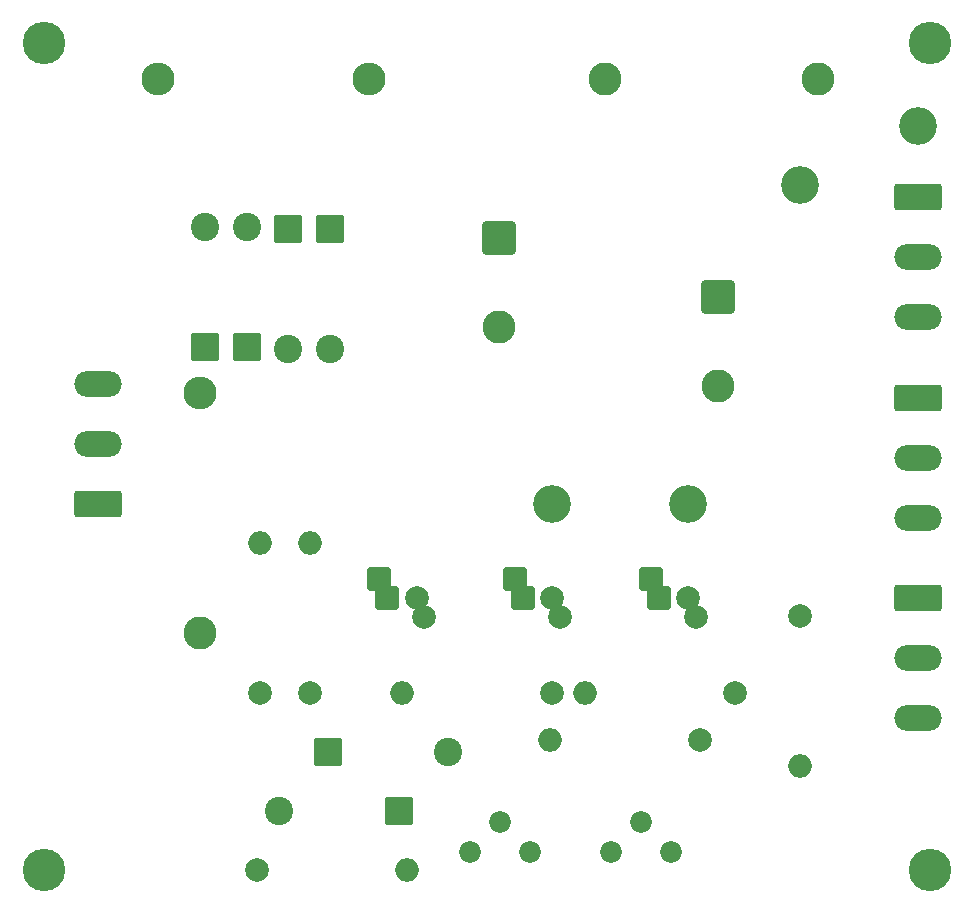
<source format=gbr>
G04 #@! TF.GenerationSoftware,KiCad,Pcbnew,(6.0.0-0)*
G04 #@! TF.CreationDate,2022-01-15T15:56:33+00:00*
G04 #@! TF.ProjectId,PowerSupply,506f7765-7253-4757-9070-6c792e6b6963,rev?*
G04 #@! TF.SameCoordinates,Original*
G04 #@! TF.FileFunction,Soldermask,Top*
G04 #@! TF.FilePolarity,Negative*
%FSLAX46Y46*%
G04 Gerber Fmt 4.6, Leading zero omitted, Abs format (unit mm)*
G04 Created by KiCad (PCBNEW (6.0.0-0)) date 2022-01-15 15:56:33*
%MOMM*%
%LPD*%
G01*
G04 APERTURE LIST*
G04 Aperture macros list*
%AMRoundRect*
0 Rectangle with rounded corners*
0 $1 Rounding radius*
0 $2 $3 $4 $5 $6 $7 $8 $9 X,Y pos of 4 corners*
0 Add a 4 corners polygon primitive as box body*
4,1,4,$2,$3,$4,$5,$6,$7,$8,$9,$2,$3,0*
0 Add four circle primitives for the rounded corners*
1,1,$1+$1,$2,$3*
1,1,$1+$1,$4,$5*
1,1,$1+$1,$6,$7*
1,1,$1+$1,$8,$9*
0 Add four rect primitives between the rounded corners*
20,1,$1+$1,$2,$3,$4,$5,0*
20,1,$1+$1,$4,$5,$6,$7,0*
20,1,$1+$1,$6,$7,$8,$9,0*
20,1,$1+$1,$8,$9,$2,$3,0*%
G04 Aperture macros list end*
%ADD10RoundRect,0.200000X-1.800000X0.900000X-1.800000X-0.900000X1.800000X-0.900000X1.800000X0.900000X0*%
%ADD11O,4.000000X2.200000*%
%ADD12C,3.600000*%
%ADD13RoundRect,0.200000X0.999490X-0.999490X0.999490X0.999490X-0.999490X0.999490X-0.999490X-0.999490X0*%
%ADD14C,2.398980*%
%ADD15RoundRect,0.200000X-0.999490X0.999490X-0.999490X-0.999490X0.999490X-0.999490X0.999490X0.999490X0*%
%ADD16C,3.200000*%
%ADD17RoundRect,0.200000X-1.200000X1.200000X-1.200000X-1.200000X1.200000X-1.200000X1.200000X1.200000X0*%
%ADD18C,2.800000*%
%ADD19O,2.800000X2.800000*%
%ADD20RoundRect,0.200000X1.800000X-0.900000X1.800000X0.900000X-1.800000X0.900000X-1.800000X-0.900000X0*%
%ADD21RoundRect,0.200000X-0.800000X-0.800000X0.800000X-0.800000X0.800000X0.800000X-0.800000X0.800000X0*%
%ADD22C,2.000000*%
%ADD23O,2.000000X2.000000*%
%ADD24RoundRect,0.200000X-0.999490X-0.999490X0.999490X-0.999490X0.999490X0.999490X-0.999490X0.999490X0*%
%ADD25RoundRect,0.200000X0.999490X0.999490X-0.999490X0.999490X-0.999490X-0.999490X0.999490X-0.999490X0*%
%ADD26C,1.840000*%
G04 APERTURE END LIST*
D10*
X129000000Y-53000000D03*
D11*
X129000000Y-58080000D03*
X129000000Y-63160000D03*
D10*
X129000000Y-70000000D03*
D11*
X129000000Y-75080000D03*
X129000000Y-80160000D03*
D10*
X129000000Y-87000000D03*
D11*
X129000000Y-92080000D03*
X129000000Y-97160000D03*
D12*
X130000000Y-40000000D03*
X130000000Y-110000000D03*
X55000000Y-110000000D03*
D13*
X79138060Y-55712480D03*
D14*
X79138060Y-65872480D03*
D15*
X68632980Y-65712480D03*
D14*
X68632980Y-55552480D03*
D13*
X75638060Y-55712480D03*
D14*
X75638060Y-65872480D03*
D15*
X72132980Y-65712480D03*
D14*
X72132980Y-55552480D03*
D16*
X129000000Y-47000000D03*
X119000000Y-52000000D03*
D17*
X93500000Y-56500000D03*
D18*
X93500000Y-64000000D03*
D17*
X112000000Y-61500000D03*
D18*
X112000000Y-69000000D03*
X102500000Y-43000000D03*
X120500000Y-43000000D03*
D19*
X64620000Y-43000000D03*
X82500000Y-43000000D03*
D20*
X59500000Y-79000000D03*
D11*
X59500000Y-73920000D03*
X59500000Y-68840000D03*
D21*
X106329063Y-85400000D03*
X107000000Y-87000000D03*
D22*
X109500000Y-87000000D03*
X110170937Y-88600000D03*
D21*
X95500000Y-87000000D03*
X94829063Y-85400000D03*
D22*
X98670937Y-88600000D03*
X98000000Y-87000000D03*
D21*
X83329063Y-85400000D03*
X84000000Y-87000000D03*
D22*
X87170937Y-88600000D03*
X86500000Y-87000000D03*
D18*
X68200000Y-89916000D03*
D19*
X68200000Y-69596000D03*
D22*
X98000000Y-95000000D03*
D23*
X85300000Y-95000000D03*
D24*
X85000000Y-105002540D03*
D14*
X74840000Y-105002540D03*
D25*
X79000000Y-99997460D03*
D14*
X89160000Y-99997460D03*
D22*
X77500000Y-95000000D03*
D23*
X77500000Y-82300000D03*
D22*
X110500000Y-99000000D03*
D23*
X97800000Y-99000000D03*
D22*
X113500000Y-95000000D03*
D23*
X100800000Y-95000000D03*
D16*
X109500000Y-79000000D03*
X98000000Y-79000000D03*
D22*
X73000000Y-110000000D03*
D23*
X85700000Y-110000000D03*
D22*
X73250000Y-95000000D03*
D23*
X73250000Y-82300000D03*
D22*
X119000000Y-88500000D03*
D23*
X119000000Y-101200000D03*
D12*
X55000000Y-40000000D03*
D26*
X91000000Y-108500000D03*
X93540000Y-105960000D03*
X96080000Y-108500000D03*
X103000000Y-108500000D03*
X105540000Y-105960000D03*
X108080000Y-108500000D03*
M02*

</source>
